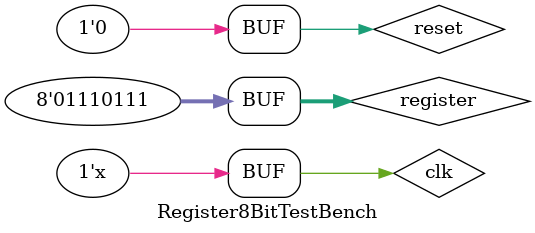
<source format=sv>
`timescale 1ns / 1ps


module Register8BitTestBench;
     logic clk, reset;
     logic [7:0] register;
     logic [7:0] out;
     
     Register8Bits DUT (.clk(clk), .reset(reset), .register(register), .out(out));
     
     always begin
        #10 clk = ~clk;
     end
     
     initial begin   
         clk= 0; 
         reset = 1; register = 8'hAE; #10;
         reset = 0; register = 8'h77; #10;
        
//         $finish; 
      end
      initial begin
        $dumpfile("Register8BitTestBench.vcd");
        $dumpvars(0,Register8BitTestBench);
      end
     
endmodule

</source>
